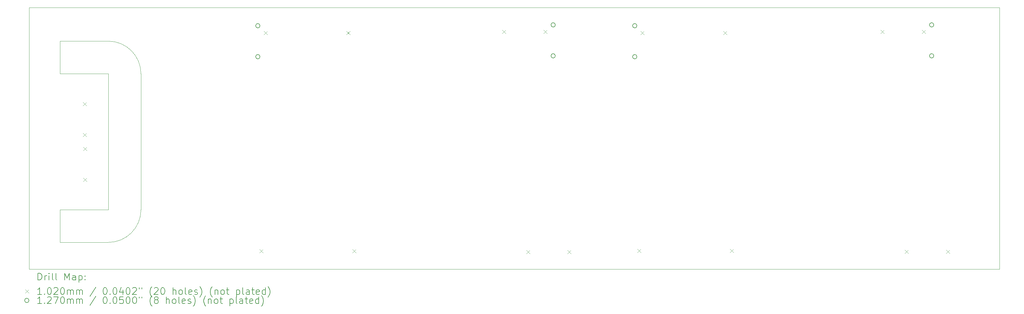
<source format=gbr>
%TF.GenerationSoftware,KiCad,Pcbnew,7.0.8*%
%TF.CreationDate,2024-01-12T20:03:46+01:00*%
%TF.ProjectId,BMS-Slave,424d532d-536c-4617-9665-2e6b69636164,rev?*%
%TF.SameCoordinates,Original*%
%TF.FileFunction,Drillmap*%
%TF.FilePolarity,Positive*%
%FSLAX45Y45*%
G04 Gerber Fmt 4.5, Leading zero omitted, Abs format (unit mm)*
G04 Created by KiCad (PCBNEW 7.0.8) date 2024-01-12 20:03:46*
%MOMM*%
%LPD*%
G01*
G04 APERTURE LIST*
%ADD10C,0.100000*%
%ADD11C,0.200000*%
%ADD12C,0.102000*%
%ADD13C,0.127000*%
G04 APERTURE END LIST*
D10*
X9100000Y-10772714D02*
X10500000Y-10772714D01*
X11450000Y-15672714D02*
X11450000Y-11822714D01*
X10500000Y-16622715D02*
G75*
G03*
X11450000Y-15672714I-1J950001D01*
G01*
X9100000Y-16622714D02*
X10500000Y-16622714D01*
X11450006Y-11722714D02*
G75*
G03*
X10500000Y-10772714I-950006J-6D01*
G01*
X11450000Y-11722714D02*
X11450000Y-11822714D01*
X10500000Y-11722714D02*
X9100000Y-11722714D01*
X9100000Y-15672714D02*
X9100000Y-16622714D01*
X8200000Y-9800000D02*
X36400000Y-9800000D01*
X36400000Y-17400000D01*
X8200000Y-17400000D01*
X8200000Y-9800000D01*
X10500000Y-11722714D02*
X10500000Y-15672714D01*
X9100000Y-11722714D02*
X9100000Y-10772714D01*
X9100000Y-15672714D02*
X10500000Y-15672714D01*
D11*
D12*
X9768500Y-12549000D02*
X9870500Y-12651000D01*
X9870500Y-12549000D02*
X9768500Y-12651000D01*
X9768500Y-13449000D02*
X9870500Y-13551000D01*
X9870500Y-13449000D02*
X9768500Y-13551000D01*
X9770500Y-13849000D02*
X9872500Y-13951000D01*
X9872500Y-13849000D02*
X9770500Y-13951000D01*
X9770500Y-14749000D02*
X9872500Y-14851000D01*
X9872500Y-14749000D02*
X9770500Y-14851000D01*
X14899000Y-16824000D02*
X15001000Y-16926000D01*
X15001000Y-16824000D02*
X14899000Y-16926000D01*
X15024000Y-10480000D02*
X15126000Y-10582000D01*
X15126000Y-10480000D02*
X15024000Y-10582000D01*
X17424000Y-10480000D02*
X17526000Y-10582000D01*
X17526000Y-10480000D02*
X17424000Y-10582000D01*
X17599000Y-16824000D02*
X17701000Y-16926000D01*
X17701000Y-16824000D02*
X17599000Y-16926000D01*
X21949000Y-10449000D02*
X22051000Y-10551000D01*
X22051000Y-10449000D02*
X21949000Y-10551000D01*
X22649000Y-16849000D02*
X22751000Y-16951000D01*
X22751000Y-16849000D02*
X22649000Y-16951000D01*
X23149000Y-10449000D02*
X23251000Y-10551000D01*
X23251000Y-10449000D02*
X23149000Y-10551000D01*
X23849000Y-16849000D02*
X23951000Y-16951000D01*
X23951000Y-16849000D02*
X23849000Y-16951000D01*
X25874000Y-16818000D02*
X25976000Y-16920000D01*
X25976000Y-16818000D02*
X25874000Y-16920000D01*
X25974000Y-10480000D02*
X26076000Y-10582000D01*
X26076000Y-10480000D02*
X25974000Y-10582000D01*
X28374000Y-10480000D02*
X28476000Y-10582000D01*
X28476000Y-10480000D02*
X28374000Y-10582000D01*
X28574000Y-16818000D02*
X28676000Y-16920000D01*
X28676000Y-16818000D02*
X28574000Y-16920000D01*
X32949000Y-10449000D02*
X33051000Y-10551000D01*
X33051000Y-10449000D02*
X32949000Y-10551000D01*
X33649000Y-16843000D02*
X33751000Y-16945000D01*
X33751000Y-16843000D02*
X33649000Y-16945000D01*
X34149000Y-10449000D02*
X34251000Y-10551000D01*
X34251000Y-10449000D02*
X34149000Y-10551000D01*
X34849000Y-16843000D02*
X34951000Y-16945000D01*
X34951000Y-16843000D02*
X34849000Y-16945000D01*
D13*
X14909500Y-10325000D02*
G75*
G03*
X14909500Y-10325000I-63500J0D01*
G01*
X14909500Y-11225000D02*
G75*
G03*
X14909500Y-11225000I-63500J0D01*
G01*
X23492500Y-10300000D02*
G75*
G03*
X23492500Y-10300000I-63500J0D01*
G01*
X23492500Y-11200000D02*
G75*
G03*
X23492500Y-11200000I-63500J0D01*
G01*
X25863500Y-10325000D02*
G75*
G03*
X25863500Y-10325000I-63500J0D01*
G01*
X25863500Y-11225000D02*
G75*
G03*
X25863500Y-11225000I-63500J0D01*
G01*
X34492500Y-10300000D02*
G75*
G03*
X34492500Y-10300000I-63500J0D01*
G01*
X34492500Y-11200000D02*
G75*
G03*
X34492500Y-11200000I-63500J0D01*
G01*
D11*
X8455777Y-17716484D02*
X8455777Y-17516484D01*
X8455777Y-17516484D02*
X8503396Y-17516484D01*
X8503396Y-17516484D02*
X8531967Y-17526008D01*
X8531967Y-17526008D02*
X8551015Y-17545055D01*
X8551015Y-17545055D02*
X8560539Y-17564103D01*
X8560539Y-17564103D02*
X8570063Y-17602198D01*
X8570063Y-17602198D02*
X8570063Y-17630770D01*
X8570063Y-17630770D02*
X8560539Y-17668865D01*
X8560539Y-17668865D02*
X8551015Y-17687912D01*
X8551015Y-17687912D02*
X8531967Y-17706960D01*
X8531967Y-17706960D02*
X8503396Y-17716484D01*
X8503396Y-17716484D02*
X8455777Y-17716484D01*
X8655777Y-17716484D02*
X8655777Y-17583150D01*
X8655777Y-17621246D02*
X8665301Y-17602198D01*
X8665301Y-17602198D02*
X8674824Y-17592674D01*
X8674824Y-17592674D02*
X8693872Y-17583150D01*
X8693872Y-17583150D02*
X8712920Y-17583150D01*
X8779586Y-17716484D02*
X8779586Y-17583150D01*
X8779586Y-17516484D02*
X8770063Y-17526008D01*
X8770063Y-17526008D02*
X8779586Y-17535531D01*
X8779586Y-17535531D02*
X8789110Y-17526008D01*
X8789110Y-17526008D02*
X8779586Y-17516484D01*
X8779586Y-17516484D02*
X8779586Y-17535531D01*
X8903396Y-17716484D02*
X8884348Y-17706960D01*
X8884348Y-17706960D02*
X8874824Y-17687912D01*
X8874824Y-17687912D02*
X8874824Y-17516484D01*
X9008158Y-17716484D02*
X8989110Y-17706960D01*
X8989110Y-17706960D02*
X8979586Y-17687912D01*
X8979586Y-17687912D02*
X8979586Y-17516484D01*
X9236729Y-17716484D02*
X9236729Y-17516484D01*
X9236729Y-17516484D02*
X9303396Y-17659341D01*
X9303396Y-17659341D02*
X9370063Y-17516484D01*
X9370063Y-17516484D02*
X9370063Y-17716484D01*
X9551015Y-17716484D02*
X9551015Y-17611722D01*
X9551015Y-17611722D02*
X9541491Y-17592674D01*
X9541491Y-17592674D02*
X9522444Y-17583150D01*
X9522444Y-17583150D02*
X9484348Y-17583150D01*
X9484348Y-17583150D02*
X9465301Y-17592674D01*
X9551015Y-17706960D02*
X9531967Y-17716484D01*
X9531967Y-17716484D02*
X9484348Y-17716484D01*
X9484348Y-17716484D02*
X9465301Y-17706960D01*
X9465301Y-17706960D02*
X9455777Y-17687912D01*
X9455777Y-17687912D02*
X9455777Y-17668865D01*
X9455777Y-17668865D02*
X9465301Y-17649817D01*
X9465301Y-17649817D02*
X9484348Y-17640293D01*
X9484348Y-17640293D02*
X9531967Y-17640293D01*
X9531967Y-17640293D02*
X9551015Y-17630770D01*
X9646253Y-17583150D02*
X9646253Y-17783150D01*
X9646253Y-17592674D02*
X9665301Y-17583150D01*
X9665301Y-17583150D02*
X9703396Y-17583150D01*
X9703396Y-17583150D02*
X9722444Y-17592674D01*
X9722444Y-17592674D02*
X9731967Y-17602198D01*
X9731967Y-17602198D02*
X9741491Y-17621246D01*
X9741491Y-17621246D02*
X9741491Y-17678389D01*
X9741491Y-17678389D02*
X9731967Y-17697436D01*
X9731967Y-17697436D02*
X9722444Y-17706960D01*
X9722444Y-17706960D02*
X9703396Y-17716484D01*
X9703396Y-17716484D02*
X9665301Y-17716484D01*
X9665301Y-17716484D02*
X9646253Y-17706960D01*
X9827205Y-17697436D02*
X9836729Y-17706960D01*
X9836729Y-17706960D02*
X9827205Y-17716484D01*
X9827205Y-17716484D02*
X9817682Y-17706960D01*
X9817682Y-17706960D02*
X9827205Y-17697436D01*
X9827205Y-17697436D02*
X9827205Y-17716484D01*
X9827205Y-17592674D02*
X9836729Y-17602198D01*
X9836729Y-17602198D02*
X9827205Y-17611722D01*
X9827205Y-17611722D02*
X9817682Y-17602198D01*
X9817682Y-17602198D02*
X9827205Y-17592674D01*
X9827205Y-17592674D02*
X9827205Y-17611722D01*
D12*
X8093000Y-17994000D02*
X8195000Y-18096000D01*
X8195000Y-17994000D02*
X8093000Y-18096000D01*
D11*
X8560539Y-18136484D02*
X8446253Y-18136484D01*
X8503396Y-18136484D02*
X8503396Y-17936484D01*
X8503396Y-17936484D02*
X8484348Y-17965055D01*
X8484348Y-17965055D02*
X8465301Y-17984103D01*
X8465301Y-17984103D02*
X8446253Y-17993627D01*
X8646253Y-18117436D02*
X8655777Y-18126960D01*
X8655777Y-18126960D02*
X8646253Y-18136484D01*
X8646253Y-18136484D02*
X8636729Y-18126960D01*
X8636729Y-18126960D02*
X8646253Y-18117436D01*
X8646253Y-18117436D02*
X8646253Y-18136484D01*
X8779586Y-17936484D02*
X8798634Y-17936484D01*
X8798634Y-17936484D02*
X8817682Y-17946008D01*
X8817682Y-17946008D02*
X8827205Y-17955531D01*
X8827205Y-17955531D02*
X8836729Y-17974579D01*
X8836729Y-17974579D02*
X8846253Y-18012674D01*
X8846253Y-18012674D02*
X8846253Y-18060293D01*
X8846253Y-18060293D02*
X8836729Y-18098389D01*
X8836729Y-18098389D02*
X8827205Y-18117436D01*
X8827205Y-18117436D02*
X8817682Y-18126960D01*
X8817682Y-18126960D02*
X8798634Y-18136484D01*
X8798634Y-18136484D02*
X8779586Y-18136484D01*
X8779586Y-18136484D02*
X8760539Y-18126960D01*
X8760539Y-18126960D02*
X8751015Y-18117436D01*
X8751015Y-18117436D02*
X8741491Y-18098389D01*
X8741491Y-18098389D02*
X8731967Y-18060293D01*
X8731967Y-18060293D02*
X8731967Y-18012674D01*
X8731967Y-18012674D02*
X8741491Y-17974579D01*
X8741491Y-17974579D02*
X8751015Y-17955531D01*
X8751015Y-17955531D02*
X8760539Y-17946008D01*
X8760539Y-17946008D02*
X8779586Y-17936484D01*
X8922444Y-17955531D02*
X8931967Y-17946008D01*
X8931967Y-17946008D02*
X8951015Y-17936484D01*
X8951015Y-17936484D02*
X8998634Y-17936484D01*
X8998634Y-17936484D02*
X9017682Y-17946008D01*
X9017682Y-17946008D02*
X9027205Y-17955531D01*
X9027205Y-17955531D02*
X9036729Y-17974579D01*
X9036729Y-17974579D02*
X9036729Y-17993627D01*
X9036729Y-17993627D02*
X9027205Y-18022198D01*
X9027205Y-18022198D02*
X8912920Y-18136484D01*
X8912920Y-18136484D02*
X9036729Y-18136484D01*
X9160539Y-17936484D02*
X9179586Y-17936484D01*
X9179586Y-17936484D02*
X9198634Y-17946008D01*
X9198634Y-17946008D02*
X9208158Y-17955531D01*
X9208158Y-17955531D02*
X9217682Y-17974579D01*
X9217682Y-17974579D02*
X9227205Y-18012674D01*
X9227205Y-18012674D02*
X9227205Y-18060293D01*
X9227205Y-18060293D02*
X9217682Y-18098389D01*
X9217682Y-18098389D02*
X9208158Y-18117436D01*
X9208158Y-18117436D02*
X9198634Y-18126960D01*
X9198634Y-18126960D02*
X9179586Y-18136484D01*
X9179586Y-18136484D02*
X9160539Y-18136484D01*
X9160539Y-18136484D02*
X9141491Y-18126960D01*
X9141491Y-18126960D02*
X9131967Y-18117436D01*
X9131967Y-18117436D02*
X9122444Y-18098389D01*
X9122444Y-18098389D02*
X9112920Y-18060293D01*
X9112920Y-18060293D02*
X9112920Y-18012674D01*
X9112920Y-18012674D02*
X9122444Y-17974579D01*
X9122444Y-17974579D02*
X9131967Y-17955531D01*
X9131967Y-17955531D02*
X9141491Y-17946008D01*
X9141491Y-17946008D02*
X9160539Y-17936484D01*
X9312920Y-18136484D02*
X9312920Y-18003150D01*
X9312920Y-18022198D02*
X9322444Y-18012674D01*
X9322444Y-18012674D02*
X9341491Y-18003150D01*
X9341491Y-18003150D02*
X9370063Y-18003150D01*
X9370063Y-18003150D02*
X9389110Y-18012674D01*
X9389110Y-18012674D02*
X9398634Y-18031722D01*
X9398634Y-18031722D02*
X9398634Y-18136484D01*
X9398634Y-18031722D02*
X9408158Y-18012674D01*
X9408158Y-18012674D02*
X9427205Y-18003150D01*
X9427205Y-18003150D02*
X9455777Y-18003150D01*
X9455777Y-18003150D02*
X9474825Y-18012674D01*
X9474825Y-18012674D02*
X9484348Y-18031722D01*
X9484348Y-18031722D02*
X9484348Y-18136484D01*
X9579586Y-18136484D02*
X9579586Y-18003150D01*
X9579586Y-18022198D02*
X9589110Y-18012674D01*
X9589110Y-18012674D02*
X9608158Y-18003150D01*
X9608158Y-18003150D02*
X9636729Y-18003150D01*
X9636729Y-18003150D02*
X9655777Y-18012674D01*
X9655777Y-18012674D02*
X9665301Y-18031722D01*
X9665301Y-18031722D02*
X9665301Y-18136484D01*
X9665301Y-18031722D02*
X9674825Y-18012674D01*
X9674825Y-18012674D02*
X9693872Y-18003150D01*
X9693872Y-18003150D02*
X9722444Y-18003150D01*
X9722444Y-18003150D02*
X9741491Y-18012674D01*
X9741491Y-18012674D02*
X9751015Y-18031722D01*
X9751015Y-18031722D02*
X9751015Y-18136484D01*
X10141491Y-17926960D02*
X9970063Y-18184103D01*
X10398634Y-17936484D02*
X10417682Y-17936484D01*
X10417682Y-17936484D02*
X10436729Y-17946008D01*
X10436729Y-17946008D02*
X10446253Y-17955531D01*
X10446253Y-17955531D02*
X10455777Y-17974579D01*
X10455777Y-17974579D02*
X10465301Y-18012674D01*
X10465301Y-18012674D02*
X10465301Y-18060293D01*
X10465301Y-18060293D02*
X10455777Y-18098389D01*
X10455777Y-18098389D02*
X10446253Y-18117436D01*
X10446253Y-18117436D02*
X10436729Y-18126960D01*
X10436729Y-18126960D02*
X10417682Y-18136484D01*
X10417682Y-18136484D02*
X10398634Y-18136484D01*
X10398634Y-18136484D02*
X10379587Y-18126960D01*
X10379587Y-18126960D02*
X10370063Y-18117436D01*
X10370063Y-18117436D02*
X10360539Y-18098389D01*
X10360539Y-18098389D02*
X10351015Y-18060293D01*
X10351015Y-18060293D02*
X10351015Y-18012674D01*
X10351015Y-18012674D02*
X10360539Y-17974579D01*
X10360539Y-17974579D02*
X10370063Y-17955531D01*
X10370063Y-17955531D02*
X10379587Y-17946008D01*
X10379587Y-17946008D02*
X10398634Y-17936484D01*
X10551015Y-18117436D02*
X10560539Y-18126960D01*
X10560539Y-18126960D02*
X10551015Y-18136484D01*
X10551015Y-18136484D02*
X10541491Y-18126960D01*
X10541491Y-18126960D02*
X10551015Y-18117436D01*
X10551015Y-18117436D02*
X10551015Y-18136484D01*
X10684348Y-17936484D02*
X10703396Y-17936484D01*
X10703396Y-17936484D02*
X10722444Y-17946008D01*
X10722444Y-17946008D02*
X10731968Y-17955531D01*
X10731968Y-17955531D02*
X10741491Y-17974579D01*
X10741491Y-17974579D02*
X10751015Y-18012674D01*
X10751015Y-18012674D02*
X10751015Y-18060293D01*
X10751015Y-18060293D02*
X10741491Y-18098389D01*
X10741491Y-18098389D02*
X10731968Y-18117436D01*
X10731968Y-18117436D02*
X10722444Y-18126960D01*
X10722444Y-18126960D02*
X10703396Y-18136484D01*
X10703396Y-18136484D02*
X10684348Y-18136484D01*
X10684348Y-18136484D02*
X10665301Y-18126960D01*
X10665301Y-18126960D02*
X10655777Y-18117436D01*
X10655777Y-18117436D02*
X10646253Y-18098389D01*
X10646253Y-18098389D02*
X10636729Y-18060293D01*
X10636729Y-18060293D02*
X10636729Y-18012674D01*
X10636729Y-18012674D02*
X10646253Y-17974579D01*
X10646253Y-17974579D02*
X10655777Y-17955531D01*
X10655777Y-17955531D02*
X10665301Y-17946008D01*
X10665301Y-17946008D02*
X10684348Y-17936484D01*
X10922444Y-18003150D02*
X10922444Y-18136484D01*
X10874825Y-17926960D02*
X10827206Y-18069817D01*
X10827206Y-18069817D02*
X10951015Y-18069817D01*
X11065301Y-17936484D02*
X11084349Y-17936484D01*
X11084349Y-17936484D02*
X11103396Y-17946008D01*
X11103396Y-17946008D02*
X11112920Y-17955531D01*
X11112920Y-17955531D02*
X11122444Y-17974579D01*
X11122444Y-17974579D02*
X11131968Y-18012674D01*
X11131968Y-18012674D02*
X11131968Y-18060293D01*
X11131968Y-18060293D02*
X11122444Y-18098389D01*
X11122444Y-18098389D02*
X11112920Y-18117436D01*
X11112920Y-18117436D02*
X11103396Y-18126960D01*
X11103396Y-18126960D02*
X11084349Y-18136484D01*
X11084349Y-18136484D02*
X11065301Y-18136484D01*
X11065301Y-18136484D02*
X11046253Y-18126960D01*
X11046253Y-18126960D02*
X11036729Y-18117436D01*
X11036729Y-18117436D02*
X11027206Y-18098389D01*
X11027206Y-18098389D02*
X11017682Y-18060293D01*
X11017682Y-18060293D02*
X11017682Y-18012674D01*
X11017682Y-18012674D02*
X11027206Y-17974579D01*
X11027206Y-17974579D02*
X11036729Y-17955531D01*
X11036729Y-17955531D02*
X11046253Y-17946008D01*
X11046253Y-17946008D02*
X11065301Y-17936484D01*
X11208158Y-17955531D02*
X11217682Y-17946008D01*
X11217682Y-17946008D02*
X11236729Y-17936484D01*
X11236729Y-17936484D02*
X11284348Y-17936484D01*
X11284348Y-17936484D02*
X11303396Y-17946008D01*
X11303396Y-17946008D02*
X11312920Y-17955531D01*
X11312920Y-17955531D02*
X11322444Y-17974579D01*
X11322444Y-17974579D02*
X11322444Y-17993627D01*
X11322444Y-17993627D02*
X11312920Y-18022198D01*
X11312920Y-18022198D02*
X11198634Y-18136484D01*
X11198634Y-18136484D02*
X11322444Y-18136484D01*
X11398634Y-17936484D02*
X11398634Y-17974579D01*
X11474825Y-17936484D02*
X11474825Y-17974579D01*
X11770063Y-18212674D02*
X11760539Y-18203150D01*
X11760539Y-18203150D02*
X11741491Y-18174579D01*
X11741491Y-18174579D02*
X11731968Y-18155531D01*
X11731968Y-18155531D02*
X11722444Y-18126960D01*
X11722444Y-18126960D02*
X11712920Y-18079341D01*
X11712920Y-18079341D02*
X11712920Y-18041246D01*
X11712920Y-18041246D02*
X11722444Y-17993627D01*
X11722444Y-17993627D02*
X11731968Y-17965055D01*
X11731968Y-17965055D02*
X11741491Y-17946008D01*
X11741491Y-17946008D02*
X11760539Y-17917436D01*
X11760539Y-17917436D02*
X11770063Y-17907912D01*
X11836729Y-17955531D02*
X11846253Y-17946008D01*
X11846253Y-17946008D02*
X11865301Y-17936484D01*
X11865301Y-17936484D02*
X11912920Y-17936484D01*
X11912920Y-17936484D02*
X11931968Y-17946008D01*
X11931968Y-17946008D02*
X11941491Y-17955531D01*
X11941491Y-17955531D02*
X11951015Y-17974579D01*
X11951015Y-17974579D02*
X11951015Y-17993627D01*
X11951015Y-17993627D02*
X11941491Y-18022198D01*
X11941491Y-18022198D02*
X11827206Y-18136484D01*
X11827206Y-18136484D02*
X11951015Y-18136484D01*
X12074825Y-17936484D02*
X12093872Y-17936484D01*
X12093872Y-17936484D02*
X12112920Y-17946008D01*
X12112920Y-17946008D02*
X12122444Y-17955531D01*
X12122444Y-17955531D02*
X12131968Y-17974579D01*
X12131968Y-17974579D02*
X12141491Y-18012674D01*
X12141491Y-18012674D02*
X12141491Y-18060293D01*
X12141491Y-18060293D02*
X12131968Y-18098389D01*
X12131968Y-18098389D02*
X12122444Y-18117436D01*
X12122444Y-18117436D02*
X12112920Y-18126960D01*
X12112920Y-18126960D02*
X12093872Y-18136484D01*
X12093872Y-18136484D02*
X12074825Y-18136484D01*
X12074825Y-18136484D02*
X12055777Y-18126960D01*
X12055777Y-18126960D02*
X12046253Y-18117436D01*
X12046253Y-18117436D02*
X12036729Y-18098389D01*
X12036729Y-18098389D02*
X12027206Y-18060293D01*
X12027206Y-18060293D02*
X12027206Y-18012674D01*
X12027206Y-18012674D02*
X12036729Y-17974579D01*
X12036729Y-17974579D02*
X12046253Y-17955531D01*
X12046253Y-17955531D02*
X12055777Y-17946008D01*
X12055777Y-17946008D02*
X12074825Y-17936484D01*
X12379587Y-18136484D02*
X12379587Y-17936484D01*
X12465301Y-18136484D02*
X12465301Y-18031722D01*
X12465301Y-18031722D02*
X12455777Y-18012674D01*
X12455777Y-18012674D02*
X12436730Y-18003150D01*
X12436730Y-18003150D02*
X12408158Y-18003150D01*
X12408158Y-18003150D02*
X12389110Y-18012674D01*
X12389110Y-18012674D02*
X12379587Y-18022198D01*
X12589110Y-18136484D02*
X12570063Y-18126960D01*
X12570063Y-18126960D02*
X12560539Y-18117436D01*
X12560539Y-18117436D02*
X12551015Y-18098389D01*
X12551015Y-18098389D02*
X12551015Y-18041246D01*
X12551015Y-18041246D02*
X12560539Y-18022198D01*
X12560539Y-18022198D02*
X12570063Y-18012674D01*
X12570063Y-18012674D02*
X12589110Y-18003150D01*
X12589110Y-18003150D02*
X12617682Y-18003150D01*
X12617682Y-18003150D02*
X12636730Y-18012674D01*
X12636730Y-18012674D02*
X12646253Y-18022198D01*
X12646253Y-18022198D02*
X12655777Y-18041246D01*
X12655777Y-18041246D02*
X12655777Y-18098389D01*
X12655777Y-18098389D02*
X12646253Y-18117436D01*
X12646253Y-18117436D02*
X12636730Y-18126960D01*
X12636730Y-18126960D02*
X12617682Y-18136484D01*
X12617682Y-18136484D02*
X12589110Y-18136484D01*
X12770063Y-18136484D02*
X12751015Y-18126960D01*
X12751015Y-18126960D02*
X12741491Y-18107912D01*
X12741491Y-18107912D02*
X12741491Y-17936484D01*
X12922444Y-18126960D02*
X12903396Y-18136484D01*
X12903396Y-18136484D02*
X12865301Y-18136484D01*
X12865301Y-18136484D02*
X12846253Y-18126960D01*
X12846253Y-18126960D02*
X12836730Y-18107912D01*
X12836730Y-18107912D02*
X12836730Y-18031722D01*
X12836730Y-18031722D02*
X12846253Y-18012674D01*
X12846253Y-18012674D02*
X12865301Y-18003150D01*
X12865301Y-18003150D02*
X12903396Y-18003150D01*
X12903396Y-18003150D02*
X12922444Y-18012674D01*
X12922444Y-18012674D02*
X12931968Y-18031722D01*
X12931968Y-18031722D02*
X12931968Y-18050770D01*
X12931968Y-18050770D02*
X12836730Y-18069817D01*
X13008158Y-18126960D02*
X13027206Y-18136484D01*
X13027206Y-18136484D02*
X13065301Y-18136484D01*
X13065301Y-18136484D02*
X13084349Y-18126960D01*
X13084349Y-18126960D02*
X13093872Y-18107912D01*
X13093872Y-18107912D02*
X13093872Y-18098389D01*
X13093872Y-18098389D02*
X13084349Y-18079341D01*
X13084349Y-18079341D02*
X13065301Y-18069817D01*
X13065301Y-18069817D02*
X13036730Y-18069817D01*
X13036730Y-18069817D02*
X13017682Y-18060293D01*
X13017682Y-18060293D02*
X13008158Y-18041246D01*
X13008158Y-18041246D02*
X13008158Y-18031722D01*
X13008158Y-18031722D02*
X13017682Y-18012674D01*
X13017682Y-18012674D02*
X13036730Y-18003150D01*
X13036730Y-18003150D02*
X13065301Y-18003150D01*
X13065301Y-18003150D02*
X13084349Y-18012674D01*
X13160539Y-18212674D02*
X13170063Y-18203150D01*
X13170063Y-18203150D02*
X13189111Y-18174579D01*
X13189111Y-18174579D02*
X13198634Y-18155531D01*
X13198634Y-18155531D02*
X13208158Y-18126960D01*
X13208158Y-18126960D02*
X13217682Y-18079341D01*
X13217682Y-18079341D02*
X13217682Y-18041246D01*
X13217682Y-18041246D02*
X13208158Y-17993627D01*
X13208158Y-17993627D02*
X13198634Y-17965055D01*
X13198634Y-17965055D02*
X13189111Y-17946008D01*
X13189111Y-17946008D02*
X13170063Y-17917436D01*
X13170063Y-17917436D02*
X13160539Y-17907912D01*
X13522444Y-18212674D02*
X13512920Y-18203150D01*
X13512920Y-18203150D02*
X13493872Y-18174579D01*
X13493872Y-18174579D02*
X13484349Y-18155531D01*
X13484349Y-18155531D02*
X13474825Y-18126960D01*
X13474825Y-18126960D02*
X13465301Y-18079341D01*
X13465301Y-18079341D02*
X13465301Y-18041246D01*
X13465301Y-18041246D02*
X13474825Y-17993627D01*
X13474825Y-17993627D02*
X13484349Y-17965055D01*
X13484349Y-17965055D02*
X13493872Y-17946008D01*
X13493872Y-17946008D02*
X13512920Y-17917436D01*
X13512920Y-17917436D02*
X13522444Y-17907912D01*
X13598634Y-18003150D02*
X13598634Y-18136484D01*
X13598634Y-18022198D02*
X13608158Y-18012674D01*
X13608158Y-18012674D02*
X13627206Y-18003150D01*
X13627206Y-18003150D02*
X13655777Y-18003150D01*
X13655777Y-18003150D02*
X13674825Y-18012674D01*
X13674825Y-18012674D02*
X13684349Y-18031722D01*
X13684349Y-18031722D02*
X13684349Y-18136484D01*
X13808158Y-18136484D02*
X13789111Y-18126960D01*
X13789111Y-18126960D02*
X13779587Y-18117436D01*
X13779587Y-18117436D02*
X13770063Y-18098389D01*
X13770063Y-18098389D02*
X13770063Y-18041246D01*
X13770063Y-18041246D02*
X13779587Y-18022198D01*
X13779587Y-18022198D02*
X13789111Y-18012674D01*
X13789111Y-18012674D02*
X13808158Y-18003150D01*
X13808158Y-18003150D02*
X13836730Y-18003150D01*
X13836730Y-18003150D02*
X13855777Y-18012674D01*
X13855777Y-18012674D02*
X13865301Y-18022198D01*
X13865301Y-18022198D02*
X13874825Y-18041246D01*
X13874825Y-18041246D02*
X13874825Y-18098389D01*
X13874825Y-18098389D02*
X13865301Y-18117436D01*
X13865301Y-18117436D02*
X13855777Y-18126960D01*
X13855777Y-18126960D02*
X13836730Y-18136484D01*
X13836730Y-18136484D02*
X13808158Y-18136484D01*
X13931968Y-18003150D02*
X14008158Y-18003150D01*
X13960539Y-17936484D02*
X13960539Y-18107912D01*
X13960539Y-18107912D02*
X13970063Y-18126960D01*
X13970063Y-18126960D02*
X13989111Y-18136484D01*
X13989111Y-18136484D02*
X14008158Y-18136484D01*
X14227206Y-18003150D02*
X14227206Y-18203150D01*
X14227206Y-18012674D02*
X14246253Y-18003150D01*
X14246253Y-18003150D02*
X14284349Y-18003150D01*
X14284349Y-18003150D02*
X14303396Y-18012674D01*
X14303396Y-18012674D02*
X14312920Y-18022198D01*
X14312920Y-18022198D02*
X14322444Y-18041246D01*
X14322444Y-18041246D02*
X14322444Y-18098389D01*
X14322444Y-18098389D02*
X14312920Y-18117436D01*
X14312920Y-18117436D02*
X14303396Y-18126960D01*
X14303396Y-18126960D02*
X14284349Y-18136484D01*
X14284349Y-18136484D02*
X14246253Y-18136484D01*
X14246253Y-18136484D02*
X14227206Y-18126960D01*
X14436730Y-18136484D02*
X14417682Y-18126960D01*
X14417682Y-18126960D02*
X14408158Y-18107912D01*
X14408158Y-18107912D02*
X14408158Y-17936484D01*
X14598634Y-18136484D02*
X14598634Y-18031722D01*
X14598634Y-18031722D02*
X14589111Y-18012674D01*
X14589111Y-18012674D02*
X14570063Y-18003150D01*
X14570063Y-18003150D02*
X14531968Y-18003150D01*
X14531968Y-18003150D02*
X14512920Y-18012674D01*
X14598634Y-18126960D02*
X14579587Y-18136484D01*
X14579587Y-18136484D02*
X14531968Y-18136484D01*
X14531968Y-18136484D02*
X14512920Y-18126960D01*
X14512920Y-18126960D02*
X14503396Y-18107912D01*
X14503396Y-18107912D02*
X14503396Y-18088865D01*
X14503396Y-18088865D02*
X14512920Y-18069817D01*
X14512920Y-18069817D02*
X14531968Y-18060293D01*
X14531968Y-18060293D02*
X14579587Y-18060293D01*
X14579587Y-18060293D02*
X14598634Y-18050770D01*
X14665301Y-18003150D02*
X14741492Y-18003150D01*
X14693873Y-17936484D02*
X14693873Y-18107912D01*
X14693873Y-18107912D02*
X14703396Y-18126960D01*
X14703396Y-18126960D02*
X14722444Y-18136484D01*
X14722444Y-18136484D02*
X14741492Y-18136484D01*
X14884349Y-18126960D02*
X14865301Y-18136484D01*
X14865301Y-18136484D02*
X14827206Y-18136484D01*
X14827206Y-18136484D02*
X14808158Y-18126960D01*
X14808158Y-18126960D02*
X14798634Y-18107912D01*
X14798634Y-18107912D02*
X14798634Y-18031722D01*
X14798634Y-18031722D02*
X14808158Y-18012674D01*
X14808158Y-18012674D02*
X14827206Y-18003150D01*
X14827206Y-18003150D02*
X14865301Y-18003150D01*
X14865301Y-18003150D02*
X14884349Y-18012674D01*
X14884349Y-18012674D02*
X14893873Y-18031722D01*
X14893873Y-18031722D02*
X14893873Y-18050770D01*
X14893873Y-18050770D02*
X14798634Y-18069817D01*
X15065301Y-18136484D02*
X15065301Y-17936484D01*
X15065301Y-18126960D02*
X15046254Y-18136484D01*
X15046254Y-18136484D02*
X15008158Y-18136484D01*
X15008158Y-18136484D02*
X14989111Y-18126960D01*
X14989111Y-18126960D02*
X14979587Y-18117436D01*
X14979587Y-18117436D02*
X14970063Y-18098389D01*
X14970063Y-18098389D02*
X14970063Y-18041246D01*
X14970063Y-18041246D02*
X14979587Y-18022198D01*
X14979587Y-18022198D02*
X14989111Y-18012674D01*
X14989111Y-18012674D02*
X15008158Y-18003150D01*
X15008158Y-18003150D02*
X15046254Y-18003150D01*
X15046254Y-18003150D02*
X15065301Y-18012674D01*
X15141492Y-18212674D02*
X15151015Y-18203150D01*
X15151015Y-18203150D02*
X15170063Y-18174579D01*
X15170063Y-18174579D02*
X15179587Y-18155531D01*
X15179587Y-18155531D02*
X15189111Y-18126960D01*
X15189111Y-18126960D02*
X15198634Y-18079341D01*
X15198634Y-18079341D02*
X15198634Y-18041246D01*
X15198634Y-18041246D02*
X15189111Y-17993627D01*
X15189111Y-17993627D02*
X15179587Y-17965055D01*
X15179587Y-17965055D02*
X15170063Y-17946008D01*
X15170063Y-17946008D02*
X15151015Y-17917436D01*
X15151015Y-17917436D02*
X15141492Y-17907912D01*
D13*
X8195000Y-18309000D02*
G75*
G03*
X8195000Y-18309000I-63500J0D01*
G01*
D11*
X8560539Y-18400484D02*
X8446253Y-18400484D01*
X8503396Y-18400484D02*
X8503396Y-18200484D01*
X8503396Y-18200484D02*
X8484348Y-18229055D01*
X8484348Y-18229055D02*
X8465301Y-18248103D01*
X8465301Y-18248103D02*
X8446253Y-18257627D01*
X8646253Y-18381436D02*
X8655777Y-18390960D01*
X8655777Y-18390960D02*
X8646253Y-18400484D01*
X8646253Y-18400484D02*
X8636729Y-18390960D01*
X8636729Y-18390960D02*
X8646253Y-18381436D01*
X8646253Y-18381436D02*
X8646253Y-18400484D01*
X8731967Y-18219531D02*
X8741491Y-18210008D01*
X8741491Y-18210008D02*
X8760539Y-18200484D01*
X8760539Y-18200484D02*
X8808158Y-18200484D01*
X8808158Y-18200484D02*
X8827205Y-18210008D01*
X8827205Y-18210008D02*
X8836729Y-18219531D01*
X8836729Y-18219531D02*
X8846253Y-18238579D01*
X8846253Y-18238579D02*
X8846253Y-18257627D01*
X8846253Y-18257627D02*
X8836729Y-18286198D01*
X8836729Y-18286198D02*
X8722444Y-18400484D01*
X8722444Y-18400484D02*
X8846253Y-18400484D01*
X8912920Y-18200484D02*
X9046253Y-18200484D01*
X9046253Y-18200484D02*
X8960539Y-18400484D01*
X9160539Y-18200484D02*
X9179586Y-18200484D01*
X9179586Y-18200484D02*
X9198634Y-18210008D01*
X9198634Y-18210008D02*
X9208158Y-18219531D01*
X9208158Y-18219531D02*
X9217682Y-18238579D01*
X9217682Y-18238579D02*
X9227205Y-18276674D01*
X9227205Y-18276674D02*
X9227205Y-18324293D01*
X9227205Y-18324293D02*
X9217682Y-18362389D01*
X9217682Y-18362389D02*
X9208158Y-18381436D01*
X9208158Y-18381436D02*
X9198634Y-18390960D01*
X9198634Y-18390960D02*
X9179586Y-18400484D01*
X9179586Y-18400484D02*
X9160539Y-18400484D01*
X9160539Y-18400484D02*
X9141491Y-18390960D01*
X9141491Y-18390960D02*
X9131967Y-18381436D01*
X9131967Y-18381436D02*
X9122444Y-18362389D01*
X9122444Y-18362389D02*
X9112920Y-18324293D01*
X9112920Y-18324293D02*
X9112920Y-18276674D01*
X9112920Y-18276674D02*
X9122444Y-18238579D01*
X9122444Y-18238579D02*
X9131967Y-18219531D01*
X9131967Y-18219531D02*
X9141491Y-18210008D01*
X9141491Y-18210008D02*
X9160539Y-18200484D01*
X9312920Y-18400484D02*
X9312920Y-18267150D01*
X9312920Y-18286198D02*
X9322444Y-18276674D01*
X9322444Y-18276674D02*
X9341491Y-18267150D01*
X9341491Y-18267150D02*
X9370063Y-18267150D01*
X9370063Y-18267150D02*
X9389110Y-18276674D01*
X9389110Y-18276674D02*
X9398634Y-18295722D01*
X9398634Y-18295722D02*
X9398634Y-18400484D01*
X9398634Y-18295722D02*
X9408158Y-18276674D01*
X9408158Y-18276674D02*
X9427205Y-18267150D01*
X9427205Y-18267150D02*
X9455777Y-18267150D01*
X9455777Y-18267150D02*
X9474825Y-18276674D01*
X9474825Y-18276674D02*
X9484348Y-18295722D01*
X9484348Y-18295722D02*
X9484348Y-18400484D01*
X9579586Y-18400484D02*
X9579586Y-18267150D01*
X9579586Y-18286198D02*
X9589110Y-18276674D01*
X9589110Y-18276674D02*
X9608158Y-18267150D01*
X9608158Y-18267150D02*
X9636729Y-18267150D01*
X9636729Y-18267150D02*
X9655777Y-18276674D01*
X9655777Y-18276674D02*
X9665301Y-18295722D01*
X9665301Y-18295722D02*
X9665301Y-18400484D01*
X9665301Y-18295722D02*
X9674825Y-18276674D01*
X9674825Y-18276674D02*
X9693872Y-18267150D01*
X9693872Y-18267150D02*
X9722444Y-18267150D01*
X9722444Y-18267150D02*
X9741491Y-18276674D01*
X9741491Y-18276674D02*
X9751015Y-18295722D01*
X9751015Y-18295722D02*
X9751015Y-18400484D01*
X10141491Y-18190960D02*
X9970063Y-18448103D01*
X10398634Y-18200484D02*
X10417682Y-18200484D01*
X10417682Y-18200484D02*
X10436729Y-18210008D01*
X10436729Y-18210008D02*
X10446253Y-18219531D01*
X10446253Y-18219531D02*
X10455777Y-18238579D01*
X10455777Y-18238579D02*
X10465301Y-18276674D01*
X10465301Y-18276674D02*
X10465301Y-18324293D01*
X10465301Y-18324293D02*
X10455777Y-18362389D01*
X10455777Y-18362389D02*
X10446253Y-18381436D01*
X10446253Y-18381436D02*
X10436729Y-18390960D01*
X10436729Y-18390960D02*
X10417682Y-18400484D01*
X10417682Y-18400484D02*
X10398634Y-18400484D01*
X10398634Y-18400484D02*
X10379587Y-18390960D01*
X10379587Y-18390960D02*
X10370063Y-18381436D01*
X10370063Y-18381436D02*
X10360539Y-18362389D01*
X10360539Y-18362389D02*
X10351015Y-18324293D01*
X10351015Y-18324293D02*
X10351015Y-18276674D01*
X10351015Y-18276674D02*
X10360539Y-18238579D01*
X10360539Y-18238579D02*
X10370063Y-18219531D01*
X10370063Y-18219531D02*
X10379587Y-18210008D01*
X10379587Y-18210008D02*
X10398634Y-18200484D01*
X10551015Y-18381436D02*
X10560539Y-18390960D01*
X10560539Y-18390960D02*
X10551015Y-18400484D01*
X10551015Y-18400484D02*
X10541491Y-18390960D01*
X10541491Y-18390960D02*
X10551015Y-18381436D01*
X10551015Y-18381436D02*
X10551015Y-18400484D01*
X10684348Y-18200484D02*
X10703396Y-18200484D01*
X10703396Y-18200484D02*
X10722444Y-18210008D01*
X10722444Y-18210008D02*
X10731968Y-18219531D01*
X10731968Y-18219531D02*
X10741491Y-18238579D01*
X10741491Y-18238579D02*
X10751015Y-18276674D01*
X10751015Y-18276674D02*
X10751015Y-18324293D01*
X10751015Y-18324293D02*
X10741491Y-18362389D01*
X10741491Y-18362389D02*
X10731968Y-18381436D01*
X10731968Y-18381436D02*
X10722444Y-18390960D01*
X10722444Y-18390960D02*
X10703396Y-18400484D01*
X10703396Y-18400484D02*
X10684348Y-18400484D01*
X10684348Y-18400484D02*
X10665301Y-18390960D01*
X10665301Y-18390960D02*
X10655777Y-18381436D01*
X10655777Y-18381436D02*
X10646253Y-18362389D01*
X10646253Y-18362389D02*
X10636729Y-18324293D01*
X10636729Y-18324293D02*
X10636729Y-18276674D01*
X10636729Y-18276674D02*
X10646253Y-18238579D01*
X10646253Y-18238579D02*
X10655777Y-18219531D01*
X10655777Y-18219531D02*
X10665301Y-18210008D01*
X10665301Y-18210008D02*
X10684348Y-18200484D01*
X10931968Y-18200484D02*
X10836729Y-18200484D01*
X10836729Y-18200484D02*
X10827206Y-18295722D01*
X10827206Y-18295722D02*
X10836729Y-18286198D01*
X10836729Y-18286198D02*
X10855777Y-18276674D01*
X10855777Y-18276674D02*
X10903396Y-18276674D01*
X10903396Y-18276674D02*
X10922444Y-18286198D01*
X10922444Y-18286198D02*
X10931968Y-18295722D01*
X10931968Y-18295722D02*
X10941491Y-18314770D01*
X10941491Y-18314770D02*
X10941491Y-18362389D01*
X10941491Y-18362389D02*
X10931968Y-18381436D01*
X10931968Y-18381436D02*
X10922444Y-18390960D01*
X10922444Y-18390960D02*
X10903396Y-18400484D01*
X10903396Y-18400484D02*
X10855777Y-18400484D01*
X10855777Y-18400484D02*
X10836729Y-18390960D01*
X10836729Y-18390960D02*
X10827206Y-18381436D01*
X11065301Y-18200484D02*
X11084349Y-18200484D01*
X11084349Y-18200484D02*
X11103396Y-18210008D01*
X11103396Y-18210008D02*
X11112920Y-18219531D01*
X11112920Y-18219531D02*
X11122444Y-18238579D01*
X11122444Y-18238579D02*
X11131968Y-18276674D01*
X11131968Y-18276674D02*
X11131968Y-18324293D01*
X11131968Y-18324293D02*
X11122444Y-18362389D01*
X11122444Y-18362389D02*
X11112920Y-18381436D01*
X11112920Y-18381436D02*
X11103396Y-18390960D01*
X11103396Y-18390960D02*
X11084349Y-18400484D01*
X11084349Y-18400484D02*
X11065301Y-18400484D01*
X11065301Y-18400484D02*
X11046253Y-18390960D01*
X11046253Y-18390960D02*
X11036729Y-18381436D01*
X11036729Y-18381436D02*
X11027206Y-18362389D01*
X11027206Y-18362389D02*
X11017682Y-18324293D01*
X11017682Y-18324293D02*
X11017682Y-18276674D01*
X11017682Y-18276674D02*
X11027206Y-18238579D01*
X11027206Y-18238579D02*
X11036729Y-18219531D01*
X11036729Y-18219531D02*
X11046253Y-18210008D01*
X11046253Y-18210008D02*
X11065301Y-18200484D01*
X11255777Y-18200484D02*
X11274825Y-18200484D01*
X11274825Y-18200484D02*
X11293872Y-18210008D01*
X11293872Y-18210008D02*
X11303396Y-18219531D01*
X11303396Y-18219531D02*
X11312920Y-18238579D01*
X11312920Y-18238579D02*
X11322444Y-18276674D01*
X11322444Y-18276674D02*
X11322444Y-18324293D01*
X11322444Y-18324293D02*
X11312920Y-18362389D01*
X11312920Y-18362389D02*
X11303396Y-18381436D01*
X11303396Y-18381436D02*
X11293872Y-18390960D01*
X11293872Y-18390960D02*
X11274825Y-18400484D01*
X11274825Y-18400484D02*
X11255777Y-18400484D01*
X11255777Y-18400484D02*
X11236729Y-18390960D01*
X11236729Y-18390960D02*
X11227206Y-18381436D01*
X11227206Y-18381436D02*
X11217682Y-18362389D01*
X11217682Y-18362389D02*
X11208158Y-18324293D01*
X11208158Y-18324293D02*
X11208158Y-18276674D01*
X11208158Y-18276674D02*
X11217682Y-18238579D01*
X11217682Y-18238579D02*
X11227206Y-18219531D01*
X11227206Y-18219531D02*
X11236729Y-18210008D01*
X11236729Y-18210008D02*
X11255777Y-18200484D01*
X11398634Y-18200484D02*
X11398634Y-18238579D01*
X11474825Y-18200484D02*
X11474825Y-18238579D01*
X11770063Y-18476674D02*
X11760539Y-18467150D01*
X11760539Y-18467150D02*
X11741491Y-18438579D01*
X11741491Y-18438579D02*
X11731968Y-18419531D01*
X11731968Y-18419531D02*
X11722444Y-18390960D01*
X11722444Y-18390960D02*
X11712920Y-18343341D01*
X11712920Y-18343341D02*
X11712920Y-18305246D01*
X11712920Y-18305246D02*
X11722444Y-18257627D01*
X11722444Y-18257627D02*
X11731968Y-18229055D01*
X11731968Y-18229055D02*
X11741491Y-18210008D01*
X11741491Y-18210008D02*
X11760539Y-18181436D01*
X11760539Y-18181436D02*
X11770063Y-18171912D01*
X11874825Y-18286198D02*
X11855777Y-18276674D01*
X11855777Y-18276674D02*
X11846253Y-18267150D01*
X11846253Y-18267150D02*
X11836729Y-18248103D01*
X11836729Y-18248103D02*
X11836729Y-18238579D01*
X11836729Y-18238579D02*
X11846253Y-18219531D01*
X11846253Y-18219531D02*
X11855777Y-18210008D01*
X11855777Y-18210008D02*
X11874825Y-18200484D01*
X11874825Y-18200484D02*
X11912920Y-18200484D01*
X11912920Y-18200484D02*
X11931968Y-18210008D01*
X11931968Y-18210008D02*
X11941491Y-18219531D01*
X11941491Y-18219531D02*
X11951015Y-18238579D01*
X11951015Y-18238579D02*
X11951015Y-18248103D01*
X11951015Y-18248103D02*
X11941491Y-18267150D01*
X11941491Y-18267150D02*
X11931968Y-18276674D01*
X11931968Y-18276674D02*
X11912920Y-18286198D01*
X11912920Y-18286198D02*
X11874825Y-18286198D01*
X11874825Y-18286198D02*
X11855777Y-18295722D01*
X11855777Y-18295722D02*
X11846253Y-18305246D01*
X11846253Y-18305246D02*
X11836729Y-18324293D01*
X11836729Y-18324293D02*
X11836729Y-18362389D01*
X11836729Y-18362389D02*
X11846253Y-18381436D01*
X11846253Y-18381436D02*
X11855777Y-18390960D01*
X11855777Y-18390960D02*
X11874825Y-18400484D01*
X11874825Y-18400484D02*
X11912920Y-18400484D01*
X11912920Y-18400484D02*
X11931968Y-18390960D01*
X11931968Y-18390960D02*
X11941491Y-18381436D01*
X11941491Y-18381436D02*
X11951015Y-18362389D01*
X11951015Y-18362389D02*
X11951015Y-18324293D01*
X11951015Y-18324293D02*
X11941491Y-18305246D01*
X11941491Y-18305246D02*
X11931968Y-18295722D01*
X11931968Y-18295722D02*
X11912920Y-18286198D01*
X12189110Y-18400484D02*
X12189110Y-18200484D01*
X12274825Y-18400484D02*
X12274825Y-18295722D01*
X12274825Y-18295722D02*
X12265301Y-18276674D01*
X12265301Y-18276674D02*
X12246253Y-18267150D01*
X12246253Y-18267150D02*
X12217682Y-18267150D01*
X12217682Y-18267150D02*
X12198634Y-18276674D01*
X12198634Y-18276674D02*
X12189110Y-18286198D01*
X12398634Y-18400484D02*
X12379587Y-18390960D01*
X12379587Y-18390960D02*
X12370063Y-18381436D01*
X12370063Y-18381436D02*
X12360539Y-18362389D01*
X12360539Y-18362389D02*
X12360539Y-18305246D01*
X12360539Y-18305246D02*
X12370063Y-18286198D01*
X12370063Y-18286198D02*
X12379587Y-18276674D01*
X12379587Y-18276674D02*
X12398634Y-18267150D01*
X12398634Y-18267150D02*
X12427206Y-18267150D01*
X12427206Y-18267150D02*
X12446253Y-18276674D01*
X12446253Y-18276674D02*
X12455777Y-18286198D01*
X12455777Y-18286198D02*
X12465301Y-18305246D01*
X12465301Y-18305246D02*
X12465301Y-18362389D01*
X12465301Y-18362389D02*
X12455777Y-18381436D01*
X12455777Y-18381436D02*
X12446253Y-18390960D01*
X12446253Y-18390960D02*
X12427206Y-18400484D01*
X12427206Y-18400484D02*
X12398634Y-18400484D01*
X12579587Y-18400484D02*
X12560539Y-18390960D01*
X12560539Y-18390960D02*
X12551015Y-18371912D01*
X12551015Y-18371912D02*
X12551015Y-18200484D01*
X12731968Y-18390960D02*
X12712920Y-18400484D01*
X12712920Y-18400484D02*
X12674825Y-18400484D01*
X12674825Y-18400484D02*
X12655777Y-18390960D01*
X12655777Y-18390960D02*
X12646253Y-18371912D01*
X12646253Y-18371912D02*
X12646253Y-18295722D01*
X12646253Y-18295722D02*
X12655777Y-18276674D01*
X12655777Y-18276674D02*
X12674825Y-18267150D01*
X12674825Y-18267150D02*
X12712920Y-18267150D01*
X12712920Y-18267150D02*
X12731968Y-18276674D01*
X12731968Y-18276674D02*
X12741491Y-18295722D01*
X12741491Y-18295722D02*
X12741491Y-18314770D01*
X12741491Y-18314770D02*
X12646253Y-18333817D01*
X12817682Y-18390960D02*
X12836730Y-18400484D01*
X12836730Y-18400484D02*
X12874825Y-18400484D01*
X12874825Y-18400484D02*
X12893872Y-18390960D01*
X12893872Y-18390960D02*
X12903396Y-18371912D01*
X12903396Y-18371912D02*
X12903396Y-18362389D01*
X12903396Y-18362389D02*
X12893872Y-18343341D01*
X12893872Y-18343341D02*
X12874825Y-18333817D01*
X12874825Y-18333817D02*
X12846253Y-18333817D01*
X12846253Y-18333817D02*
X12827206Y-18324293D01*
X12827206Y-18324293D02*
X12817682Y-18305246D01*
X12817682Y-18305246D02*
X12817682Y-18295722D01*
X12817682Y-18295722D02*
X12827206Y-18276674D01*
X12827206Y-18276674D02*
X12846253Y-18267150D01*
X12846253Y-18267150D02*
X12874825Y-18267150D01*
X12874825Y-18267150D02*
X12893872Y-18276674D01*
X12970063Y-18476674D02*
X12979587Y-18467150D01*
X12979587Y-18467150D02*
X12998634Y-18438579D01*
X12998634Y-18438579D02*
X13008158Y-18419531D01*
X13008158Y-18419531D02*
X13017682Y-18390960D01*
X13017682Y-18390960D02*
X13027206Y-18343341D01*
X13027206Y-18343341D02*
X13027206Y-18305246D01*
X13027206Y-18305246D02*
X13017682Y-18257627D01*
X13017682Y-18257627D02*
X13008158Y-18229055D01*
X13008158Y-18229055D02*
X12998634Y-18210008D01*
X12998634Y-18210008D02*
X12979587Y-18181436D01*
X12979587Y-18181436D02*
X12970063Y-18171912D01*
X13331968Y-18476674D02*
X13322444Y-18467150D01*
X13322444Y-18467150D02*
X13303396Y-18438579D01*
X13303396Y-18438579D02*
X13293872Y-18419531D01*
X13293872Y-18419531D02*
X13284349Y-18390960D01*
X13284349Y-18390960D02*
X13274825Y-18343341D01*
X13274825Y-18343341D02*
X13274825Y-18305246D01*
X13274825Y-18305246D02*
X13284349Y-18257627D01*
X13284349Y-18257627D02*
X13293872Y-18229055D01*
X13293872Y-18229055D02*
X13303396Y-18210008D01*
X13303396Y-18210008D02*
X13322444Y-18181436D01*
X13322444Y-18181436D02*
X13331968Y-18171912D01*
X13408158Y-18267150D02*
X13408158Y-18400484D01*
X13408158Y-18286198D02*
X13417682Y-18276674D01*
X13417682Y-18276674D02*
X13436730Y-18267150D01*
X13436730Y-18267150D02*
X13465301Y-18267150D01*
X13465301Y-18267150D02*
X13484349Y-18276674D01*
X13484349Y-18276674D02*
X13493872Y-18295722D01*
X13493872Y-18295722D02*
X13493872Y-18400484D01*
X13617682Y-18400484D02*
X13598634Y-18390960D01*
X13598634Y-18390960D02*
X13589111Y-18381436D01*
X13589111Y-18381436D02*
X13579587Y-18362389D01*
X13579587Y-18362389D02*
X13579587Y-18305246D01*
X13579587Y-18305246D02*
X13589111Y-18286198D01*
X13589111Y-18286198D02*
X13598634Y-18276674D01*
X13598634Y-18276674D02*
X13617682Y-18267150D01*
X13617682Y-18267150D02*
X13646253Y-18267150D01*
X13646253Y-18267150D02*
X13665301Y-18276674D01*
X13665301Y-18276674D02*
X13674825Y-18286198D01*
X13674825Y-18286198D02*
X13684349Y-18305246D01*
X13684349Y-18305246D02*
X13684349Y-18362389D01*
X13684349Y-18362389D02*
X13674825Y-18381436D01*
X13674825Y-18381436D02*
X13665301Y-18390960D01*
X13665301Y-18390960D02*
X13646253Y-18400484D01*
X13646253Y-18400484D02*
X13617682Y-18400484D01*
X13741492Y-18267150D02*
X13817682Y-18267150D01*
X13770063Y-18200484D02*
X13770063Y-18371912D01*
X13770063Y-18371912D02*
X13779587Y-18390960D01*
X13779587Y-18390960D02*
X13798634Y-18400484D01*
X13798634Y-18400484D02*
X13817682Y-18400484D01*
X14036730Y-18267150D02*
X14036730Y-18467150D01*
X14036730Y-18276674D02*
X14055777Y-18267150D01*
X14055777Y-18267150D02*
X14093873Y-18267150D01*
X14093873Y-18267150D02*
X14112920Y-18276674D01*
X14112920Y-18276674D02*
X14122444Y-18286198D01*
X14122444Y-18286198D02*
X14131968Y-18305246D01*
X14131968Y-18305246D02*
X14131968Y-18362389D01*
X14131968Y-18362389D02*
X14122444Y-18381436D01*
X14122444Y-18381436D02*
X14112920Y-18390960D01*
X14112920Y-18390960D02*
X14093873Y-18400484D01*
X14093873Y-18400484D02*
X14055777Y-18400484D01*
X14055777Y-18400484D02*
X14036730Y-18390960D01*
X14246253Y-18400484D02*
X14227206Y-18390960D01*
X14227206Y-18390960D02*
X14217682Y-18371912D01*
X14217682Y-18371912D02*
X14217682Y-18200484D01*
X14408158Y-18400484D02*
X14408158Y-18295722D01*
X14408158Y-18295722D02*
X14398634Y-18276674D01*
X14398634Y-18276674D02*
X14379587Y-18267150D01*
X14379587Y-18267150D02*
X14341492Y-18267150D01*
X14341492Y-18267150D02*
X14322444Y-18276674D01*
X14408158Y-18390960D02*
X14389111Y-18400484D01*
X14389111Y-18400484D02*
X14341492Y-18400484D01*
X14341492Y-18400484D02*
X14322444Y-18390960D01*
X14322444Y-18390960D02*
X14312920Y-18371912D01*
X14312920Y-18371912D02*
X14312920Y-18352865D01*
X14312920Y-18352865D02*
X14322444Y-18333817D01*
X14322444Y-18333817D02*
X14341492Y-18324293D01*
X14341492Y-18324293D02*
X14389111Y-18324293D01*
X14389111Y-18324293D02*
X14408158Y-18314770D01*
X14474825Y-18267150D02*
X14551015Y-18267150D01*
X14503396Y-18200484D02*
X14503396Y-18371912D01*
X14503396Y-18371912D02*
X14512920Y-18390960D01*
X14512920Y-18390960D02*
X14531968Y-18400484D01*
X14531968Y-18400484D02*
X14551015Y-18400484D01*
X14693873Y-18390960D02*
X14674825Y-18400484D01*
X14674825Y-18400484D02*
X14636730Y-18400484D01*
X14636730Y-18400484D02*
X14617682Y-18390960D01*
X14617682Y-18390960D02*
X14608158Y-18371912D01*
X14608158Y-18371912D02*
X14608158Y-18295722D01*
X14608158Y-18295722D02*
X14617682Y-18276674D01*
X14617682Y-18276674D02*
X14636730Y-18267150D01*
X14636730Y-18267150D02*
X14674825Y-18267150D01*
X14674825Y-18267150D02*
X14693873Y-18276674D01*
X14693873Y-18276674D02*
X14703396Y-18295722D01*
X14703396Y-18295722D02*
X14703396Y-18314770D01*
X14703396Y-18314770D02*
X14608158Y-18333817D01*
X14874825Y-18400484D02*
X14874825Y-18200484D01*
X14874825Y-18390960D02*
X14855777Y-18400484D01*
X14855777Y-18400484D02*
X14817682Y-18400484D01*
X14817682Y-18400484D02*
X14798634Y-18390960D01*
X14798634Y-18390960D02*
X14789111Y-18381436D01*
X14789111Y-18381436D02*
X14779587Y-18362389D01*
X14779587Y-18362389D02*
X14779587Y-18305246D01*
X14779587Y-18305246D02*
X14789111Y-18286198D01*
X14789111Y-18286198D02*
X14798634Y-18276674D01*
X14798634Y-18276674D02*
X14817682Y-18267150D01*
X14817682Y-18267150D02*
X14855777Y-18267150D01*
X14855777Y-18267150D02*
X14874825Y-18276674D01*
X14951015Y-18476674D02*
X14960539Y-18467150D01*
X14960539Y-18467150D02*
X14979587Y-18438579D01*
X14979587Y-18438579D02*
X14989111Y-18419531D01*
X14989111Y-18419531D02*
X14998634Y-18390960D01*
X14998634Y-18390960D02*
X15008158Y-18343341D01*
X15008158Y-18343341D02*
X15008158Y-18305246D01*
X15008158Y-18305246D02*
X14998634Y-18257627D01*
X14998634Y-18257627D02*
X14989111Y-18229055D01*
X14989111Y-18229055D02*
X14979587Y-18210008D01*
X14979587Y-18210008D02*
X14960539Y-18181436D01*
X14960539Y-18181436D02*
X14951015Y-18171912D01*
M02*

</source>
